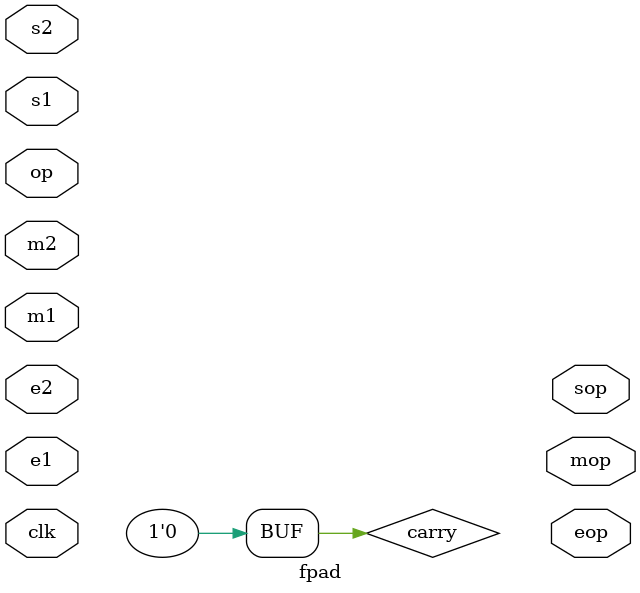
<source format=v>
`include "Adders/RecursiveDoubling.v"
`include "barrel_shifter_right_5.v"
`include "barrel_shifter_left_5.v"
`include "Adders/FullAdder.v"
`include "Adders/5ba.v"

module fpad( s1,s2,op,e1,e2,m1,m2,mop,sop,eop,clk);
input s1,s2,op,clk;
input [4:0] e1,e2;
input [10:0] m1, m2;
output sop;
output [4:0] eop;
output [10:0] mop;
wire opn,carry;
wire [4:0] oce2,tce2,sum;
reg [4:0] oce,tce,de;
wire [10:0] msft1,msft2;
reg [9:0]msftocp;
reg [9:0] msft,msftcpl;



//xor3 x1(s1, s2, op, opn);
assign opn =!(s1^s2^op);
assign oce2 =~e2;
assign tce2=oce2+5'b00001;
assign carry = 1'b0;



FiveBitAdder fba_1(e1,tce2,1'b0,sum,carry);




 always@(posedge clk) begin
     if (e1<e2) 
     
    begin
    oce <=!e1 ;
    tce<=oce+5'b00001;
    de<=tce+e2;
 end 
 else if (e1>e2) begin
     de<=tce2+e1;
end else begin
     de<=5'b00000;
end


end

barrel_shifter_r r1(de, m1, msft1);
barrel_shifter_r r2(de, m2, msft2);

always@(posedge clk) begin
if (carry==1'b1) 
begin
   msft <= msft1[9:0];
   msftocp <= !msft;
   msftcpl<= msftocp+1'b1;
end 

else if (carry==1'b0) 
begin
    msft <= msft2[9:0];
    msftocp <= !msft;
    msftcpl<= msftocp+1'b1;
end

end

//RecursiveDoubling ad1( a, b, cin, sum, cout);

endmodule
</source>
